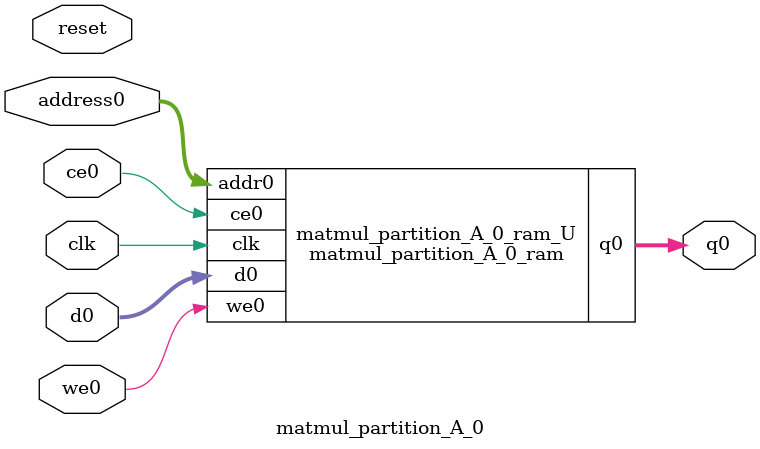
<source format=v>
`timescale 1 ns / 1 ps
module matmul_partition_A_0_ram (addr0, ce0, d0, we0, q0,  clk);

parameter DWIDTH = 32;
parameter AWIDTH = 6;
parameter MEM_SIZE = 64;

input[AWIDTH-1:0] addr0;
input ce0;
input[DWIDTH-1:0] d0;
input we0;
output reg[DWIDTH-1:0] q0;
input clk;

(* ram_style = "block" *)reg [DWIDTH-1:0] ram[0:MEM_SIZE-1];




always @(posedge clk)  
begin 
    if (ce0) begin
        if (we0) 
            ram[addr0] <= d0; 
        q0 <= ram[addr0];
    end
end


endmodule

`timescale 1 ns / 1 ps
module matmul_partition_A_0(
    reset,
    clk,
    address0,
    ce0,
    we0,
    d0,
    q0);

parameter DataWidth = 32'd32;
parameter AddressRange = 32'd64;
parameter AddressWidth = 32'd6;
input reset;
input clk;
input[AddressWidth - 1:0] address0;
input ce0;
input we0;
input[DataWidth - 1:0] d0;
output[DataWidth - 1:0] q0;



matmul_partition_A_0_ram matmul_partition_A_0_ram_U(
    .clk( clk ),
    .addr0( address0 ),
    .ce0( ce0 ),
    .we0( we0 ),
    .d0( d0 ),
    .q0( q0 ));

endmodule


</source>
